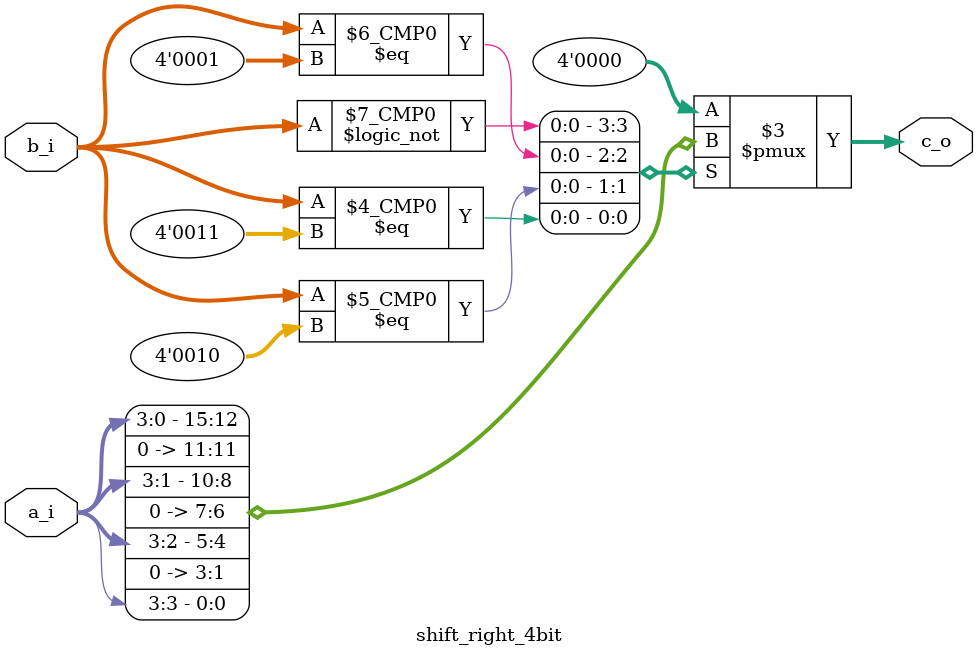
<source format=sv>
module shift_right_4bit(
	input logic [3:0] a_i,
	input logic [3:0] b_i,
	output logic [3:0] c_o
	);
	
	always_comb begin : shift_right
		case (b_i)
			4'd0: c_o = a_i;
			4'd1: c_o = {1'b0, a_i[3:1]};
			4'd2: c_o = {2'b0, a_i[3:2]};
			4'd3: c_o = {3'b0, a_i[3]};
			default: c_o = 4'b0;
		endcase
	end : shift_right
	
endmodule

</source>
